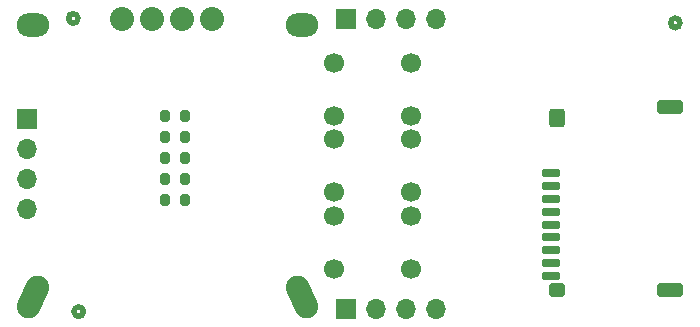
<source format=gbr>
%TF.GenerationSoftware,KiCad,Pcbnew,(6.0.5-0)*%
%TF.CreationDate,2022-10-09T22:43:55+09:00*%
%TF.ProjectId,qLAMP-lcd,714c414d-502d-46c6-9364-2e6b69636164,rev?*%
%TF.SameCoordinates,Original*%
%TF.FileFunction,Soldermask,Top*%
%TF.FilePolarity,Negative*%
%FSLAX46Y46*%
G04 Gerber Fmt 4.6, Leading zero omitted, Abs format (unit mm)*
G04 Created by KiCad (PCBNEW (6.0.5-0)) date 2022-10-09 22:43:55*
%MOMM*%
%LPD*%
G01*
G04 APERTURE LIST*
G04 Aperture macros list*
%AMRoundRect*
0 Rectangle with rounded corners*
0 $1 Rounding radius*
0 $2 $3 $4 $5 $6 $7 $8 $9 X,Y pos of 4 corners*
0 Add a 4 corners polygon primitive as box body*
4,1,4,$2,$3,$4,$5,$6,$7,$8,$9,$2,$3,0*
0 Add four circle primitives for the rounded corners*
1,1,$1+$1,$2,$3*
1,1,$1+$1,$4,$5*
1,1,$1+$1,$6,$7*
1,1,$1+$1,$8,$9*
0 Add four rect primitives between the rounded corners*
20,1,$1+$1,$2,$3,$4,$5,0*
20,1,$1+$1,$4,$5,$6,$7,0*
20,1,$1+$1,$6,$7,$8,$9,0*
20,1,$1+$1,$8,$9,$2,$3,0*%
%AMHorizOval*
0 Thick line with rounded ends*
0 $1 width*
0 $2 $3 position (X,Y) of the first rounded end (center of the circle)*
0 $4 $5 position (X,Y) of the second rounded end (center of the circle)*
0 Add line between two ends*
20,1,$1,$2,$3,$4,$5,0*
0 Add two circle primitives to create the rounded ends*
1,1,$1,$2,$3*
1,1,$1,$4,$5*%
G04 Aperture macros list end*
%ADD10C,0.475000*%
%ADD11HorizOval,2.000000X0.374990X-0.799972X-0.374990X0.799972X0*%
%ADD12O,2.750000X2.000000*%
%ADD13HorizOval,2.000000X0.374990X0.799972X-0.374990X-0.799972X0*%
%ADD14O,2.032000X2.032000*%
%ADD15R,1.700000X1.700000*%
%ADD16O,1.700000X1.700000*%
%ADD17RoundRect,0.200000X0.200000X0.275000X-0.200000X0.275000X-0.200000X-0.275000X0.200000X-0.275000X0*%
%ADD18RoundRect,0.175000X0.625000X-0.175000X0.625000X0.175000X-0.625000X0.175000X-0.625000X-0.175000X0*%
%ADD19RoundRect,0.298000X0.402000X-0.298000X0.402000X0.298000X-0.402000X0.298000X-0.402000X-0.298000X0*%
%ADD20RoundRect,0.300000X0.800000X-0.300000X0.800000X0.300000X-0.800000X0.300000X-0.800000X-0.300000X0*%
%ADD21RoundRect,0.350000X0.350000X-0.450000X0.350000X0.450000X-0.350000X0.450000X-0.350000X-0.450000X0*%
%ADD22C,1.700000*%
%ADD23RoundRect,0.200000X-0.200000X-0.275000X0.200000X-0.275000X0.200000X0.275000X-0.200000X0.275000X0*%
G04 APERTURE END LIST*
D10*
X138785000Y-90410000D02*
G75*
G03*
X138785000Y-90410000I-400000J0D01*
G01*
X139250000Y-115240000D02*
G75*
G03*
X139250000Y-115240000I-400000J0D01*
G01*
X189760000Y-90790000D02*
G75*
G03*
X189760000Y-90790000I-400000J0D01*
G01*
D11*
%TO.C,D2*%
X157725004Y-113999993D03*
D12*
X157725004Y-90999993D03*
D13*
X134975004Y-113999993D03*
D12*
X134975004Y-90999993D03*
D14*
X142540004Y-90499993D03*
X145080004Y-90499993D03*
X147620004Y-90499993D03*
X150160004Y-90499993D03*
%TD*%
D15*
%TO.C,J1*%
X161500000Y-90500000D03*
D16*
X164040000Y-90500000D03*
X166580000Y-90500000D03*
X169120000Y-90500000D03*
%TD*%
D17*
%TO.C,R7*%
X147814200Y-100460635D03*
X146164200Y-100460635D03*
%TD*%
D18*
%TO.C,J4*%
X178850000Y-103460000D03*
X178850000Y-104560000D03*
X178850000Y-105660000D03*
X178850000Y-106760000D03*
X178850000Y-107860000D03*
X178850000Y-108960000D03*
X178850000Y-110060000D03*
X178850000Y-111160000D03*
X178850000Y-112260000D03*
D19*
X179350000Y-113410000D03*
D20*
X188950000Y-97910000D03*
D21*
X179350000Y-98810000D03*
D20*
X188950000Y-113410000D03*
%TD*%
D15*
%TO.C,J3*%
X134500000Y-98940000D03*
D16*
X134500000Y-101480000D03*
X134500000Y-104019999D03*
X134500000Y-106560000D03*
%TD*%
D22*
%TO.C,SW3*%
X160500000Y-107150000D03*
X167000000Y-107150000D03*
X160500000Y-111650000D03*
X167000000Y-111650000D03*
%TD*%
D23*
%TO.C,R11*%
X146164200Y-105794635D03*
X147814200Y-105794635D03*
%TD*%
D17*
%TO.C,R5*%
X147814200Y-98682635D03*
X146164200Y-98682635D03*
%TD*%
D23*
%TO.C,R9*%
X146164200Y-102238635D03*
X147814200Y-102238635D03*
%TD*%
D22*
%TO.C,SW2*%
X160500000Y-100650000D03*
X167000000Y-100650000D03*
X160500000Y-105150000D03*
X167000000Y-105150000D03*
%TD*%
%TO.C,SW1*%
X160500000Y-94150000D03*
X167000000Y-94150000D03*
X160500000Y-98650000D03*
X167000000Y-98650000D03*
%TD*%
D15*
%TO.C,J2*%
X161500000Y-115000000D03*
D16*
X164040000Y-115000000D03*
X166580000Y-115000000D03*
X169120000Y-115000000D03*
%TD*%
D23*
%TO.C,R10*%
X146164200Y-104016635D03*
X147814200Y-104016635D03*
%TD*%
M02*

</source>
